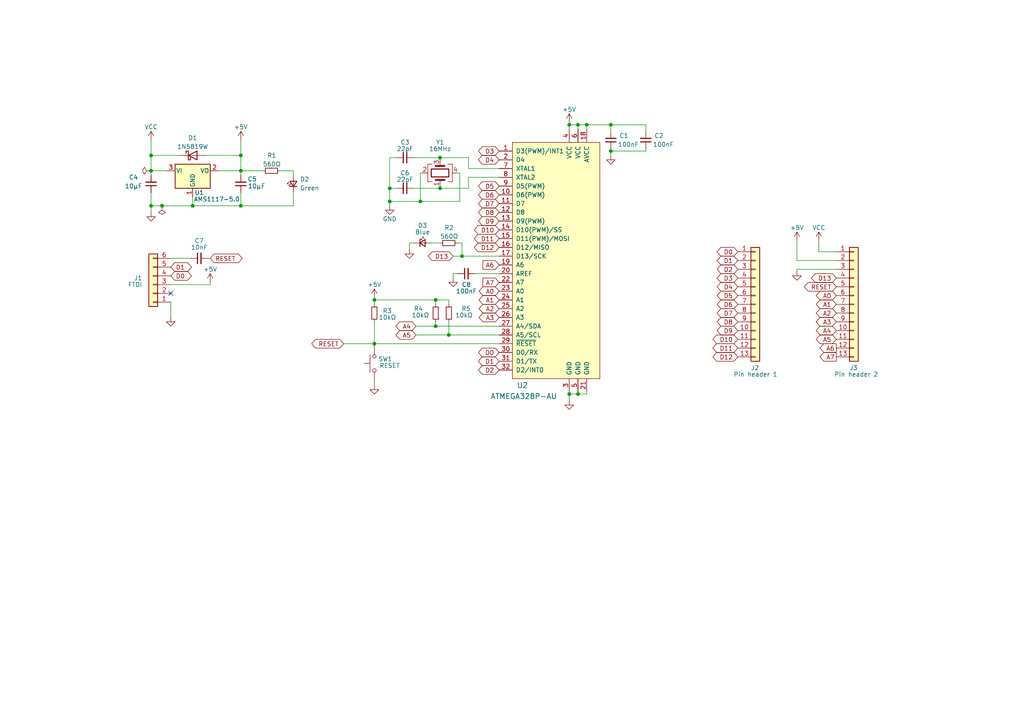
<source format=kicad_sch>
(kicad_sch (version 20211123) (generator eeschema)
  (paper "A4")
  (title_block (title "ATMEGA328P-AU Breadboard Adapter") (date "2023-03-04") (company "Retronics - Bjørner Sandom"))
  (lib_symbols
    (symbol "Connector_Generic:Conn_01x06" (pin_names (offset 1.016) hide)
      (property "Reference" "J" (at 0 7.62 0))
      (property "Value" "Conn_01x06" (at 0 -10.16 0))
      (symbol "Conn_01x06_1_1"
        (rectangle (start -1.27 -7.493) (end 0 -7.747) (stroke (width 0.1524)))
        (rectangle (start -1.27 -4.953) (end 0 -5.207) (stroke (width 0.1524)))
        (rectangle (start -1.27 -2.413) (end 0 -2.667) (stroke (width 0.1524)))
        (rectangle (start -1.27 0.127) (end 0 -0.127) (stroke (width 0.1524)))
        (rectangle (start -1.27 2.667) (end 0 2.413) (stroke (width 0.1524)))
        (rectangle (start -1.27 5.207) (end 0 4.953) (stroke (width 0.1524)))
        (rectangle (start -1.27 6.35) (end 1.27 -8.89) (stroke (width 0.254)) (fill (type background)))
        (pin passive line (at -5.08 5.08 0) (length 3.81) (name "Pin_1") (number "1"))
        (pin passive line (at -5.08 2.54 0) (length 3.81) (name "Pin_2") (number "2"))
        (pin passive line (at -5.08 0 0) (length 3.81) (name "Pin_3") (number "3"))
        (pin passive line (at -5.08 -2.54 0) (length 3.81) (name "Pin_4") (number "4"))
        (pin passive line (at -5.08 -5.08 0) (length 3.81) (name "Pin_5") (number "5"))
        (pin passive line (at -5.08 -7.62 0) (length 3.81) (name "Pin_6") (number "6"))
      )
    )
    (symbol "Connector_Generic:Conn_01x13" (pin_names (offset 1.016) hide)
      (property "Reference" "J" (at 0 17.78 0))
      (property "Value" "Conn_01x13" (at 0 -17.78 0))
      (symbol "Conn_01x13_1_1"
        (rectangle (start -1.27 -15.113) (end 0 -15.367) (stroke (width 0.1524)))
        (rectangle (start -1.27 -12.573) (end 0 -12.827) (stroke (width 0.1524)))
        (rectangle (start -1.27 -10.033) (end 0 -10.287) (stroke (width 0.1524)))
        (rectangle (start -1.27 -7.493) (end 0 -7.747) (stroke (width 0.1524)))
        (rectangle (start -1.27 -4.953) (end 0 -5.207) (stroke (width 0.1524)))
        (rectangle (start -1.27 -2.413) (end 0 -2.667) (stroke (width 0.1524)))
        (rectangle (start -1.27 0.127) (end 0 -0.127) (stroke (width 0.1524)))
        (rectangle (start -1.27 2.667) (end 0 2.413) (stroke (width 0.1524)))
        (rectangle (start -1.27 5.207) (end 0 4.953) (stroke (width 0.1524)))
        (rectangle (start -1.27 7.747) (end 0 7.493) (stroke (width 0.1524)))
        (rectangle (start -1.27 10.287) (end 0 10.033) (stroke (width 0.1524)))
        (rectangle (start -1.27 12.827) (end 0 12.573) (stroke (width 0.1524)))
        (rectangle (start -1.27 15.367) (end 0 15.113) (stroke (width 0.1524)))
        (rectangle (start -1.27 16.51) (end 1.27 -16.51) (stroke (width 0.254)) (fill (type background)))
        (pin passive line (at -5.08 15.24 0) (length 3.81) (name "Pin_1") (number "1"))
        (pin passive line (at -5.08 -7.62 0) (length 3.81) (name "Pin_10") (number "10"))
        (pin passive line (at -5.08 -10.16 0) (length 3.81) (name "Pin_11") (number "11"))
        (pin passive line (at -5.08 -12.7 0) (length 3.81) (name "Pin_12") (number "12"))
        (pin passive line (at -5.08 -15.24 0) (length 3.81) (name "Pin_13") (number "13"))
        (pin passive line (at -5.08 12.7 0) (length 3.81) (name "Pin_2") (number "2"))
        (pin passive line (at -5.08 10.16 0) (length 3.81) (name "Pin_3") (number "3"))
        (pin passive line (at -5.08 7.62 0) (length 3.81) (name "Pin_4") (number "4"))
        (pin passive line (at -5.08 5.08 0) (length 3.81) (name "Pin_5") (number "5"))
        (pin passive line (at -5.08 2.54 0) (length 3.81) (name "Pin_6") (number "6"))
        (pin passive line (at -5.08 0 0) (length 3.81) (name "Pin_7") (number "7"))
        (pin passive line (at -5.08 -2.54 0) (length 3.81) (name "Pin_8") (number "8"))
        (pin passive line (at -5.08 -5.08 0) (length 3.81) (name "Pin_9") (number "9"))
      )
    )
    (symbol "Device:C_Small" (pin_numbers hide) (pin_names (offset 0.254) hide)
      (property "Reference" "C" (at 0.254 1.778 0))
      (property "Value" "C_Small" (at 0.254 -2.032 0))
      (symbol "C_Small_0_1"
        (polyline (pts (xy -1.524 -0.508) (xy 1.524 -0.508)) (stroke (width 0.3302)))
        (polyline (pts (xy -1.524 0.508) (xy 1.524 0.508)) (stroke (width 0.3048)))
      )
      (symbol "C_Small_1_1"
        (pin passive line (at 0 2.54 270) (length 2.032) (name "~") (number "1"))
        (pin passive line (at 0 -2.54 90) (length 2.032) (name "~") (number "2"))
      )
    )
    (symbol "Device:Crystal_GND24" (pin_names (offset 1.016) hide)
      (property "Reference" "Y" (at 3.175 5.08 0))
      (property "Value" "Crystal_GND24" (at 3.175 3.175 0))
      (symbol "Crystal_GND24_0_1"
        (rectangle (start -1.143 2.54) (end 1.143 -2.54) (stroke (width 0.3048)))
        (polyline (pts (xy -2.54 0) (xy -2.032 0)))
        (polyline (pts (xy -2.032 -1.27) (xy -2.032 1.27)) (stroke (width 0.508)))
        (polyline (pts (xy 0 -3.81) (xy 0 -3.556)))
        (polyline (pts (xy 0 3.556) (xy 0 3.81)))
        (polyline (pts (xy 2.032 -1.27) (xy 2.032 1.27)) (stroke (width 0.508)))
        (polyline (pts (xy 2.032 0) (xy 2.54 0)))
        (polyline (pts (xy -2.54 -2.286) (xy -2.54 -3.556) (xy 2.54 -3.556) (xy 2.54 -2.286)))
        (polyline (pts (xy -2.54 2.286) (xy -2.54 3.556) (xy 2.54 3.556) (xy 2.54 2.286)))
      )
      (symbol "Crystal_GND24_1_1"
        (pin passive line (at -3.81 0 0) (length 1.27) (name "1") (number "1"))
        (pin passive line (at 0 5.08 270) (length 1.27) (name "2") (number "2"))
        (pin passive line (at 3.81 0 180) (length 1.27) (name "3") (number "3"))
        (pin passive line (at 0 -5.08 90) (length 1.27) (name "4") (number "4"))
      )
    )
    (symbol "Device:D_Schottky" (pin_numbers hide) (pin_names (offset 1.016) hide)
      (property "Reference" "D" (at 0 2.54 0))
      (property "Value" "D_Schottky" (at 0 -2.54 0))
      (symbol "D_Schottky_0_1"
        (polyline (pts (xy 1.27 0) (xy -1.27 0)))
        (polyline (pts (xy 1.27 1.27) (xy 1.27 -1.27) (xy -1.27 0) (xy 1.27 1.27)) (stroke (width 0.254)))
        (polyline (pts (xy -1.905 0.635) (xy -1.905 1.27) (xy -1.27 1.27) (xy -1.27 -1.27) (xy -0.635 -1.27) (xy -0.635 -0.635)) (stroke (width 0.254)))
      )
      (symbol "D_Schottky_1_1"
        (pin passive line (at -3.81 0 0) (length 2.54) (name "K") (number "1"))
        (pin passive line (at 3.81 0 180) (length 2.54) (name "A") (number "2"))
      )
    )
    (symbol "Device:LED_Small" (pin_numbers hide) (pin_names (offset 0.254) hide)
      (property "Reference" "D" (at -1.27 3.175 0))
      (property "Value" "LED_Small" (at -4.445 -2.54 0))
      (symbol "LED_Small_0_1"
        (polyline (pts (xy -0.762 -1.016) (xy -0.762 1.016)) (stroke (width 0.254)))
        (polyline (pts (xy 1.016 0) (xy -0.762 0)))
        (polyline (pts (xy 0.762 -1.016) (xy -0.762 0) (xy 0.762 1.016) (xy 0.762 -1.016)) (stroke (width 0.254)))
        (polyline (pts (xy 0 0.762) (xy -0.508 1.27) (xy -0.254 1.27) (xy -0.508 1.27) (xy -0.508 1.016)))
        (polyline (pts (xy 0.508 1.27) (xy 0 1.778) (xy 0.254 1.778) (xy 0 1.778) (xy 0 1.524)))
      )
      (symbol "LED_Small_1_1"
        (pin passive line (at -2.54 0 0) (length 1.778) (name "K") (number "1"))
        (pin passive line (at 2.54 0 180) (length 1.778) (name "A") (number "2"))
      )
    )
    (symbol "Device:R_Small" (pin_numbers hide) (pin_names (offset 0.254) hide)
      (property "Reference" "R" (at 0.762 0.508 0))
      (property "Value" "R_Small" (at 0.762 -1.016 0))
      (symbol "R_Small_0_1"
        (rectangle (start -0.762 1.778) (end 0.762 -1.778) (stroke (width 0.2032)))
      )
      (symbol "R_Small_1_1"
        (pin passive line (at 0 2.54 270) (length 0.762) (name "~") (number "1"))
        (pin passive line (at 0 -2.54 90) (length 0.762) (name "~") (number "2"))
      )
    )
    (symbol "Regulator_Linear:AMS1117-5.0" (pin_names (offset 0.254))
      (property "Reference" "U" (at -3.81 3.175 0))
      (property "Value" "AMS1117-5.0" (at 0 3.175 0))
      (symbol "AMS1117-5.0_0_1"
        (rectangle (start -5.08 -5.08) (end 5.08 1.905) (stroke (width 0.254)) (fill (type background)))
      )
      (symbol "AMS1117-5.0_1_1"
        (pin power_in line (at 0 -7.62 90) (length 2.54) (name "GND") (number "1"))
        (pin power_out line (at 7.62 0 180) (length 2.54) (name "VO") (number "2"))
        (pin power_in line (at -7.62 0 0) (length 2.54) (name "VI") (number "3"))
      )
    )
    (symbol "Switch:SW_Push" (pin_numbers hide) (pin_names (offset 1.016) hide)
      (property "Reference" "SW" (at 1.27 2.54 0))
      (property "Value" "SW_Push" (at 0 -1.524 0))
      (symbol "SW_Push_0_1"
        (circle (center -2.032 0) (radius 0.508))
        (polyline (pts (xy 0 1.27) (xy 0 3.048)))
        (polyline (pts (xy 2.54 1.27) (xy -2.54 1.27)))
        (circle (center 2.032 0) (radius 0.508))
        (pin passive line (at -5.08 0 0) (length 2.54) (name "1") (number "1"))
        (pin passive line (at 5.08 0 180) (length 2.54) (name "2") (number "2"))
      )
    )
    (symbol "myDevices:ATMEGA328P-AU_Arduino" (pin_names (offset 1.016))
      (property "Reference" "U" (at -8.89 38.1 0))
      (property "Value" "ATMEGA328P-AU_Arduino" (at 13.97 1.27 90))
      (symbol "ATMEGA328P-AU_Arduino_0_1"
        (rectangle (start 16.51 35.56) (end -8.89 -33.02) (fill (type background)))
      )
      (symbol "ATMEGA328P-AU_Arduino_1_1"
        (pin bidirectional line (at -12.7 33.02 0) (length 3.81) (name "D3(PWM)/INT1") (number "1"))
        (pin bidirectional line (at -12.7 20.32 0) (length 3.81) (name "D6(PWM)") (number "10"))
        (pin bidirectional line (at -12.7 17.78 0) (length 3.81) (name "D7") (number "11"))
        (pin bidirectional line (at -12.7 15.24 0) (length 3.81) (name "D8") (number "12"))
        (pin bidirectional line (at -12.7 12.7 0) (length 3.81) (name "D9(PWM)") (number "13"))
        (pin bidirectional line (at -12.7 10.16 0) (length 3.81) (name "D10(PWM)/SS") (number "14"))
        (pin bidirectional line (at -12.7 7.62 0) (length 3.81) (name "D11(PWM)/MOSI") (number "15"))
        (pin bidirectional line (at -12.7 5.08 0) (length 3.81) (name "D12/MISO") (number "16"))
        (pin bidirectional line (at -12.7 2.54 0) (length 3.81) (name "D13/SCK") (number "17"))
        (pin power_in line (at 12.7 39.37 270) (length 3.81) (name "AVCC") (number "18"))
        (pin input line (at -12.7 0 0) (length 3.81) (name "A6") (number "19"))
        (pin bidirectional line (at -12.7 30.48 0) (length 3.81) (name "D4") (number "2"))
        (pin input line (at -12.7 -2.54 0) (length 3.81) (name "AREF") (number "20"))
        (pin power_in line (at 12.7 -36.83 90) (length 3.81) (name "GND") (number "21"))
        (pin input line (at -12.7 -5.08 0) (length 3.81) (name "A7") (number "22"))
        (pin bidirectional line (at -12.7 -7.62 0) (length 3.81) (name "A0") (number "23"))
        (pin bidirectional line (at -12.7 -10.16 0) (length 3.81) (name "A1") (number "24"))
        (pin bidirectional line (at -12.7 -12.7 0) (length 3.81) (name "A2") (number "25"))
        (pin bidirectional line (at -12.7 -15.24 0) (length 3.81) (name "A3") (number "26"))
        (pin bidirectional line (at -12.7 -17.78 0) (length 3.81) (name "A4/SDA") (number "27"))
        (pin bidirectional line (at -12.7 -20.32 0) (length 3.81) (name "A5/SCL") (number "28"))
        (pin bidirectional line (at -12.7 -22.86 0) (length 3.81) (name "~{RESET}") (number "29"))
        (pin power_in line (at 7.62 -36.83 90) (length 3.81) (name "GND") (number "3"))
        (pin bidirectional line (at -12.7 -25.4 0) (length 3.81) (name "D0/RX") (number "30"))
        (pin bidirectional line (at -12.7 -27.94 0) (length 3.81) (name "D1/TX") (number "31"))
        (pin bidirectional line (at -12.7 -30.48 0) (length 3.81) (name "D2/INT0") (number "32"))
        (pin power_in line (at 7.62 39.37 270) (length 3.81) (name "VCC") (number "4"))
        (pin power_in line (at 10.16 -36.83 90) (length 3.81) (name "GND") (number "5"))
        (pin power_in line (at 10.16 39.37 270) (length 3.81) (name "VCC") (number "6"))
        (pin bidirectional line (at -12.7 27.94 0) (length 3.81) (name "XTAL1") (number "7"))
        (pin bidirectional line (at -12.7 25.4 0) (length 3.81) (name "XTAL2") (number "8"))
        (pin bidirectional line (at -12.7 22.86 0) (length 3.81) (name "D5(PWM)") (number "9"))
      )
    )
    (symbol "power:+5V" (power) (pin_names (offset 0))
      (property "Value" "+5V" (at 0 3.556 0))
      (symbol "+5V_0_1"
        (polyline (pts (xy -0.762 1.27) (xy 0 2.54)))
        (polyline (pts (xy 0 0) (xy 0 2.54)))
        (polyline (pts (xy 0 2.54) (xy 0.762 1.27)))
      )
      (symbol "+5V_1_1"
        (pin power_in line (at 0 0 90) (length 0) hide (name "+5V") (number "1"))
      )
    )
    (symbol "power:GND" (power) (pin_names (offset 0))
      (property "Value" "GND" (at 0 -3.81 0))
      (symbol "GND_0_1"
        (polyline (pts (xy 0 0) (xy 0 -1.27) (xy 1.27 -1.27) (xy 0 -2.54) (xy -1.27 -1.27) (xy 0 -1.27)))
      )
      (symbol "GND_1_1"
        (pin power_in line (at 0 0 270) (length 0) hide (name "GND") (number "1"))
      )
    )
    (symbol "power:PWR_FLAG" (power) (pin_numbers hide) (pin_names (offset 0) hide)
      (property "Value" "PWR_FLAG" (at 0 3.81 0))
      (symbol "PWR_FLAG_0_0"
        (pin power_out line (at 0 0 90) (length 0) (name "pwr") (number "1"))
      )
      (symbol "PWR_FLAG_0_1"
        (polyline (pts (xy 0 0) (xy 0 1.27) (xy -1.016 1.905) (xy 0 2.54) (xy 1.016 1.905) (xy 0 1.27)))
      )
    )
    (symbol "power:VCC" (power) (pin_names (offset 0))
      (property "Value" "VCC" (at 0 3.81 0))
      (symbol "VCC_0_1"
        (polyline (pts (xy -0.762 1.27) (xy 0 2.54)))
        (polyline (pts (xy 0 0) (xy 0 2.54)))
        (polyline (pts (xy 0 2.54) (xy 0.762 1.27)))
      )
      (symbol "VCC_1_1"
        (pin power_in line (at 0 0 90) (length 0) hide (name "VCC") (number "1"))
      )
    )
  )
  (junction (at 165.1 114.3))
  (junction (at 113.03 58.42))
  (junction (at 69.85 59.69))
  (junction (at 170.18 36.195))
  (junction (at 108.585 86.995))
  (junction (at 167.64 114.3))
  (junction (at 126.365 94.615))
  (junction (at 127.635 54.61))
  (junction (at 167.64 36.195))
  (junction (at 55.88 59.69))
  (junction (at 177.165 36.195))
  (junction (at 46.99 59.69))
  (junction (at 127.635 45.72))
  (junction (at 126.365 86.995))
  (junction (at 69.85 45.085))
  (junction (at 69.85 49.53))
  (junction (at 130.175 97.155))
  (junction (at 43.815 59.69))
  (junction (at 165.1 36.195))
  (junction (at 43.815 45.085))
  (junction (at 121.92 58.42))
  (junction (at 113.03 54.61))
  (junction (at 108.585 99.695))
  (junction (at 43.815 49.53))
  (junction (at 177.165 43.815))
  (junction (at 133.985 74.295))
  (no_connect (at 49.53 85.09))
  (wire (pts (xy 43.815 49.53) (xy 48.26 49.53)))
  (wire (pts (xy 63.5 49.53) (xy 69.85 49.53)))
  (wire (pts (xy 127.635 45.72) (xy 135.89 45.72)))
  (wire (pts (xy 121.92 50.165) (xy 121.92 58.42)))
  (wire (pts (xy 113.03 59.69) (xy 113.03 58.42)))
  (wire (pts (xy 43.815 59.69) (xy 43.815 61.595)))
  (wire (pts (xy 127.635 53.975) (xy 127.635 54.61)))
  (wire (pts (xy 120.65 94.615) (xy 126.365 94.615)))
  (wire (pts (xy 121.92 58.42) (xy 133.35 58.42)))
  (wire (pts (xy 135.89 48.895) (xy 144.78 48.895)))
  (wire (pts (xy 165.1 114.3) (xy 165.1 113.665)))
  (wire (pts (xy 130.175 97.155) (xy 144.78 97.155)))
  (wire (pts (xy 231.14 78.105) (xy 231.14 78.74)))
  (wire (pts (xy 167.64 113.665) (xy 167.64 114.3)))
  (wire (pts (xy 167.64 36.195) (xy 170.18 36.195)))
  (wire (pts (xy 130.175 86.995) (xy 130.175 88.265)))
  (wire (pts (xy 113.03 58.42) (xy 113.03 54.61)))
  (wire (pts (xy 108.585 99.695) (xy 144.78 99.695)))
  (wire (pts (xy 69.85 45.085) (xy 69.85 49.53)))
  (wire (pts (xy 165.1 36.195) (xy 167.64 36.195)))
  (wire (pts (xy 108.585 86.36) (xy 108.585 86.995)))
  (wire (pts (xy 165.1 36.195) (xy 165.1 37.465)))
  (wire (pts (xy 120.015 45.72) (xy 127.635 45.72)))
  (wire (pts (xy 135.89 45.72) (xy 135.89 48.895)))
  (wire (pts (xy 144.78 51.435) (xy 135.89 51.435)))
  (wire (pts (xy 118.745 72.39) (xy 118.745 70.485)))
  (wire (pts (xy 43.815 45.085) (xy 43.815 49.53)))
  (wire (pts (xy 137.795 79.375) (xy 144.78 79.375)))
  (wire (pts (xy 231.14 69.85) (xy 231.14 75.565)))
  (wire (pts (xy 187.325 43.815) (xy 187.325 43.18)))
  (wire (pts (xy 60.325 74.93) (xy 60.96 74.93)))
  (wire (pts (xy 231.14 75.565) (xy 242.57 75.565)))
  (wire (pts (xy 127.635 45.72) (xy 127.635 46.355)))
  (wire (pts (xy 126.365 94.615) (xy 144.78 94.615)))
  (wire (pts (xy 85.09 50.8) (xy 85.09 49.53)))
  (wire (pts (xy 125.095 70.485) (xy 127.635 70.485)))
  (wire (pts (xy 131.445 79.375) (xy 131.445 80.645)))
  (wire (pts (xy 60.96 82.55) (xy 49.53 82.55)))
  (wire (pts (xy 43.815 45.085) (xy 52.07 45.085)))
  (wire (pts (xy 49.53 74.93) (xy 55.245 74.93)))
  (wire (pts (xy 46.99 59.69) (xy 55.88 59.69)))
  (wire (pts (xy 126.365 93.345) (xy 126.365 94.615)))
  (wire (pts (xy 59.69 45.085) (xy 69.85 45.085)))
  (wire (pts (xy 114.935 54.61) (xy 113.03 54.61)))
  (wire (pts (xy 108.585 86.995) (xy 126.365 86.995)))
  (wire (pts (xy 170.18 36.195) (xy 177.165 36.195)))
  (wire (pts (xy 108.585 93.345) (xy 108.585 99.695)))
  (wire (pts (xy 43.815 55.88) (xy 43.815 59.69)))
  (wire (pts (xy 187.325 36.195) (xy 187.325 38.1)))
  (wire (pts (xy 113.03 58.42) (xy 121.92 58.42)))
  (wire (pts (xy 170.18 114.3) (xy 167.64 114.3)))
  (wire (pts (xy 167.64 114.3) (xy 165.1 114.3)))
  (wire (pts (xy 55.88 57.15) (xy 55.88 59.69)))
  (wire (pts (xy 132.715 79.375) (xy 131.445 79.375)))
  (wire (pts (xy 85.09 49.53) (xy 81.28 49.53)))
  (wire (pts (xy 165.1 114.3) (xy 165.1 116.205)))
  (wire (pts (xy 133.985 70.485) (xy 133.985 74.295)))
  (wire (pts (xy 130.175 93.345) (xy 130.175 97.155)))
  (wire (pts (xy 177.165 43.815) (xy 177.165 45.085)))
  (wire (pts (xy 177.165 36.195) (xy 177.165 38.1)))
  (wire (pts (xy 177.165 43.815) (xy 187.325 43.815)))
  (wire (pts (xy 108.585 86.995) (xy 108.585 88.265)))
  (wire (pts (xy 133.985 74.295) (xy 144.78 74.295)))
  (wire (pts (xy 43.815 59.69) (xy 46.99 59.69)))
  (wire (pts (xy 120.015 54.61) (xy 127.635 54.61)))
  (wire (pts (xy 69.85 49.53) (xy 69.85 50.8)))
  (wire (pts (xy 60.96 81.915) (xy 60.96 82.55)))
  (wire (pts (xy 132.715 70.485) (xy 133.985 70.485)))
  (wire (pts (xy 237.49 73.025) (xy 242.57 73.025)))
  (wire (pts (xy 113.03 45.72) (xy 114.935 45.72)))
  (wire (pts (xy 108.585 110.49) (xy 108.585 111.76)))
  (wire (pts (xy 113.03 54.61) (xy 113.03 45.72)))
  (wire (pts (xy 120.65 97.155) (xy 130.175 97.155)))
  (wire (pts (xy 133.35 58.42) (xy 133.35 50.165)))
  (wire (pts (xy 69.85 49.53) (xy 76.2 49.53)))
  (wire (pts (xy 118.745 70.485) (xy 120.015 70.485)))
  (wire (pts (xy 177.165 43.18) (xy 177.165 43.815)))
  (wire (pts (xy 167.64 36.195) (xy 167.64 37.465)))
  (wire (pts (xy 43.815 40.64) (xy 43.815 45.085)))
  (wire (pts (xy 99.695 99.695) (xy 108.585 99.695)))
  (wire (pts (xy 237.49 69.85) (xy 237.49 73.025)))
  (wire (pts (xy 127.635 54.61) (xy 135.89 54.61)))
  (wire (pts (xy 131.445 74.295) (xy 133.985 74.295)))
  (wire (pts (xy 55.88 59.69) (xy 69.85 59.69)))
  (wire (pts (xy 69.85 55.88) (xy 69.85 59.69)))
  (wire (pts (xy 170.18 113.665) (xy 170.18 114.3)))
  (wire (pts (xy 165.1 35.56) (xy 165.1 36.195)))
  (wire (pts (xy 108.585 100.33) (xy 108.585 99.695)))
  (wire (pts (xy 69.85 59.69) (xy 85.09 59.69)))
  (wire (pts (xy 49.53 87.63) (xy 49.53 92.075)))
  (wire (pts (xy 133.35 50.165) (xy 132.715 50.165)))
  (wire (pts (xy 126.365 86.995) (xy 126.365 88.265)))
  (wire (pts (xy 170.18 36.195) (xy 170.18 37.465)))
  (wire (pts (xy 85.09 55.88) (xy 85.09 59.69)))
  (wire (pts (xy 135.89 51.435) (xy 135.89 54.61)))
  (wire (pts (xy 122.555 50.165) (xy 121.92 50.165)))
  (wire (pts (xy 177.165 36.195) (xy 187.325 36.195)))
  (wire (pts (xy 126.365 86.995) (xy 130.175 86.995)))
  (wire (pts (xy 69.85 40.64) (xy 69.85 45.085)))
  (wire (pts (xy 242.57 78.105) (xy 231.14 78.105)))
  (wire (pts (xy 43.815 49.53) (xy 43.815 50.8)))
  (global_label "RESET" (shape bidirectional) (at 60.96 74.93 0) (property "Intersheet References" "${INTERSHEET_REFS}" (effects hide)))
  (global_label "D13" (shape bidirectional) (at 131.445 74.295 180) (property "Intersheet References" "${INTERSHEET_REFS}" (effects hide)))
  (global_label "D9" (shape bidirectional) (at 144.78 64.135 180) (property "Intersheet References" "${INTERSHEET_REFS}" (effects hide)))
  (global_label "A5" (shape bidirectional) (at 120.65 97.155 180) (property "Intersheet References" "${INTERSHEET_REFS}" (effects hide)))
  (global_label "D4" (shape bidirectional) (at 213.995 83.185 180) (property "Intersheet References" "${INTERSHEET_REFS}" (effects hide)))
  (global_label "D11" (shape bidirectional) (at 213.995 100.965 180) (property "Intersheet References" "${INTERSHEET_REFS}" (effects hide)))
  (global_label "D12" (shape bidirectional) (at 144.78 71.755 180) (property "Intersheet References" "${INTERSHEET_REFS}" (effects hide)))
  (global_label "A2" (shape bidirectional) (at 144.78 89.535 180) (property "Intersheet References" "${INTERSHEET_REFS}" (effects hide)))
  (global_label "RESET" (shape bidirectional) (at 99.695 99.695 180) (property "Intersheet References" "${INTERSHEET_REFS}" (effects hide)))
  (global_label "A4" (shape bidirectional) (at 120.65 94.615 180) (property "Intersheet References" "${INTERSHEET_REFS}" (effects hide)))
  (global_label "A6" (shape input) (at 144.78 76.835 180) (property "Intersheet References" "${INTERSHEET_REFS}" (effects hide)))
  (global_label "D10" (shape bidirectional) (at 144.78 66.675 180) (property "Intersheet References" "${INTERSHEET_REFS}" (effects hide)))
  (global_label "A2" (shape bidirectional) (at 242.57 90.805 180) (property "Intersheet References" "${INTERSHEET_REFS}" (effects hide)))
  (global_label "D12" (shape bidirectional) (at 213.995 103.505 180) (property "Intersheet References" "${INTERSHEET_REFS}" (effects hide)))
  (global_label "D1" (shape bidirectional) (at 213.995 75.565 180) (property "Intersheet References" "${INTERSHEET_REFS}" (effects hide)))
  (global_label "D13" (shape bidirectional) (at 242.57 80.645 180) (property "Intersheet References" "${INTERSHEET_REFS}" (effects hide)))
  (global_label "A4" (shape bidirectional) (at 242.57 95.885 180) (property "Intersheet References" "${INTERSHEET_REFS}" (effects hide)))
  (global_label "D9" (shape bidirectional) (at 213.995 95.885 180) (property "Intersheet References" "${INTERSHEET_REFS}" (effects hide)))
  (global_label "A1" (shape bidirectional) (at 144.78 86.995 180) (property "Intersheet References" "${INTERSHEET_REFS}" (effects hide)))
  (global_label "D10" (shape bidirectional) (at 213.995 98.425 180) (property "Intersheet References" "${INTERSHEET_REFS}" (effects hide)))
  (global_label "D6" (shape bidirectional) (at 144.78 56.515 180) (property "Intersheet References" "${INTERSHEET_REFS}" (effects hide)))
  (global_label "D5" (shape bidirectional) (at 144.78 53.975 180) (property "Intersheet References" "${INTERSHEET_REFS}" (effects hide)))
  (global_label "D0" (shape bidirectional) (at 49.53 80.01 0) (property "Intersheet References" "${INTERSHEET_REFS}" (effects hide)))
  (global_label "A0" (shape bidirectional) (at 144.78 84.455 180) (property "Intersheet References" "${INTERSHEET_REFS}" (effects hide)))
  (global_label "D8" (shape bidirectional) (at 144.78 61.595 180) (property "Intersheet References" "${INTERSHEET_REFS}" (effects hide)))
  (global_label "D3" (shape bidirectional) (at 144.78 43.815 180) (property "Intersheet References" "${INTERSHEET_REFS}" (effects hide)))
  (global_label "A7" (shape output) (at 242.57 103.505 180) (property "Intersheet References" "${INTERSHEET_REFS}" (effects hide)))
  (global_label "A7" (shape input) (at 144.78 81.915 180) (property "Intersheet References" "${INTERSHEET_REFS}" (effects hide)))
  (global_label "A5" (shape bidirectional) (at 242.57 98.425 180) (property "Intersheet References" "${INTERSHEET_REFS}" (effects hide)))
  (global_label "D1" (shape bidirectional) (at 49.53 77.47 0) (property "Intersheet References" "${INTERSHEET_REFS}" (effects hide)))
  (global_label "A6" (shape output) (at 242.57 100.965 180) (property "Intersheet References" "${INTERSHEET_REFS}" (effects hide)))
  (global_label "D0" (shape bidirectional) (at 213.995 73.025 180) (property "Intersheet References" "${INTERSHEET_REFS}" (effects hide)))
  (global_label "D5" (shape bidirectional) (at 213.995 85.725 180) (property "Intersheet References" "${INTERSHEET_REFS}" (effects hide)))
  (global_label "D7" (shape bidirectional) (at 144.78 59.055 180) (property "Intersheet References" "${INTERSHEET_REFS}" (effects hide)))
  (global_label "D4" (shape bidirectional) (at 144.78 46.355 180) (property "Intersheet References" "${INTERSHEET_REFS}" (effects hide)))
  (global_label "A3" (shape bidirectional) (at 144.78 92.075 180) (property "Intersheet References" "${INTERSHEET_REFS}" (effects hide)))
  (global_label "A1" (shape bidirectional) (at 242.57 88.265 180) (property "Intersheet References" "${INTERSHEET_REFS}" (effects hide)))
  (global_label "D0" (shape bidirectional) (at 144.78 102.235 180) (property "Intersheet References" "${INTERSHEET_REFS}" (effects hide)))
  (global_label "A3" (shape bidirectional) (at 242.57 93.345 180) (property "Intersheet References" "${INTERSHEET_REFS}" (effects hide)))
  (global_label "D2" (shape bidirectional) (at 144.78 107.315 180) (property "Intersheet References" "${INTERSHEET_REFS}" (effects hide)))
  (global_label "D2" (shape bidirectional) (at 213.995 78.105 180) (property "Intersheet References" "${INTERSHEET_REFS}" (effects hide)))
  (global_label "D1" (shape bidirectional) (at 144.78 104.775 180) (property "Intersheet References" "${INTERSHEET_REFS}" (effects hide)))
  (global_label "D7" (shape bidirectional) (at 213.995 90.805 180) (property "Intersheet References" "${INTERSHEET_REFS}" (effects hide)))
  (global_label "A0" (shape bidirectional) (at 242.57 85.725 180) (property "Intersheet References" "${INTERSHEET_REFS}" (effects hide)))
  (global_label "D6" (shape bidirectional) (at 213.995 88.265 180) (property "Intersheet References" "${INTERSHEET_REFS}" (effects hide)))
  (global_label "RESET" (shape bidirectional) (at 242.57 83.185 180) (property "Intersheet References" "${INTERSHEET_REFS}" (effects hide)))
  (global_label "D3" (shape bidirectional) (at 213.995 80.645 180) (property "Intersheet References" "${INTERSHEET_REFS}" (effects hide)))
  (global_label "D11" (shape bidirectional) (at 144.78 69.215 180) (property "Intersheet References" "${INTERSHEET_REFS}" (effects hide)))
  (global_label "D8" (shape bidirectional) (at 213.995 93.345 180) (property "Intersheet References" "${INTERSHEET_REFS}" (effects hide)))
  (symbol (lib_id "Connector_Generic:Conn_01x06") (at 44.45 82.55 180) (unit 1)
    (property "Reference" "J1" (at 41.275 80.645 0) (effects (justify left)))
    (property "Value" "FTDI" (at 41.275 82.55 0) (effects (justify left)))
    (property "Footprint" "Connector_PinHeader_2.54mm:PinHeader_1x06_P2.54mm_Vertical" (effects hide))
  )
  (symbol (lib_id "myDevices:ATMEGA328P-AU_Arduino") (at 157.48 76.835 0) (unit 1)
    (property "Reference" "U2" (at 149.86 111.76 0) (effects (font (size 1.524 1.524)) (justify left)))
    (property "Value" "ATMEGA328P-AU" (at 142.24 114.935 0) (effects (font (size 1.524 1.524)) (justify left)))
    (property "Footprint" "digikey-footprints:TQFP-32_7x7mm" (effects hide))
  )
  (symbol (lib_id "power:GND") (at 49.53 92.075 0) (unit 1)
    (property "Reference" "#PWR014" (effects hide))
    (property "Value" "GNDPWR" (effects hide))
  )
  (symbol (lib_id "Device:LED_Small") (at 122.555 70.485 0) (unit 1)
    (property "Reference" "D3" (at 122.555 65.405 0))
    (property "Value" "Blue" (at 122.555 67.31 0))
    (property "Footprint" "LED_SMD:LED_0603_1608Metric_Pad1.05x0.95mm_HandSolder" (effects hide))
  )
  (symbol (lib_id "power:GND") (at 108.585 111.76 0) (unit 1)
    (property "Reference" "#PWR016" (effects hide))
    (property "Value" "GNDPWR" (effects hide))
  )
  (symbol (lib_id "Device:C_Small") (at 117.475 54.61 270) (unit 1)
    (property "Reference" "C6" (at 117.475 50.165 90))
    (property "Value" "22pF" (at 117.475 52.07 90))
    (property "Footprint" "Capacitor_SMD:C_0603_1608Metric_Pad1.08x0.95mm_HandSolder" (effects hide))
  )
  (symbol (lib_id "power:+5V") (at 165.1 35.56 0) (unit 1)
    (property "Reference" "#PWR01" (effects hide))
    (property "Value" "+5V" (at 165.1 31.75 0))
  )
  (symbol (lib_id "Device:C_Small") (at 57.785 74.93 90) (unit 1)
    (property "Reference" "C7" (at 57.785 69.85 90))
    (property "Value" "10nF" (at 57.785 71.755 90))
    (property "Footprint" "Capacitor_SMD:C_0603_1608Metric_Pad1.08x0.95mm_HandSolder" (effects hide))
  )
  (symbol (lib_id "Device:R_Small") (at 130.175 70.485 90) (unit 1)
    (property "Reference" "R2" (at 128.905 66.04 90) (effects (justify right)))
    (property "Value" "560Ω" (at 127.635 68.58 90) (effects (justify right)))
    (property "Footprint" "Resistor_SMD:R_0603_1608Metric_Pad0.98x0.95mm_HandSolder" (effects hide))
  )
  (symbol (lib_id "power:GND") (at 177.165 45.085 0) (unit 1)
    (property "Reference" "#PWR04" (effects hide))
    (property "Value" "GNDPWR" (effects hide))
  )
  (symbol (lib_id "Device:R_Small") (at 130.175 90.805 0) (unit 1)
    (property "Reference" "R5" (at 136.525 89.535 0) (effects (justify right)))
    (property "Value" "10kΩ" (at 137.16 91.44 0) (effects (justify right)))
    (property "Footprint" "Resistor_SMD:R_0603_1608Metric_Pad0.98x0.95mm_HandSolder" (effects hide))
  )
  (symbol (lib_id "power:PWR_FLAG") (at 46.99 59.69 180) (unit 1)
    (property "Reference" "#FLG02" (effects hide))
    (property "Value" "PWR_FLAG" (effects hide))
  )
  (symbol (lib_id "Device:Crystal_GND24") (at 127.635 50.165 90) (unit 1)
    (property "Reference" "Y1" (at 127.635 41.275 90))
    (property "Value" "16MHz" (at 127.635 43.18 90))
    (property "Footprint" "Crystal:Crystal_SMD_SeikoEpson_TSX3225-4Pin_3.2x2.5mm_HandSoldering" (effects hide))
  )
  (symbol (lib_id "power:PWR_FLAG") (at 43.815 49.53 90) (unit 1)
    (property "Reference" "#FLG01" (effects hide))
    (property "Value" "PWR_FLAG" (effects hide))
  )
  (symbol (lib_id "power:GND") (at 118.745 72.39 0) (unit 1)
    (property "Reference" "#PWR09" (effects hide))
    (property "Value" "GNDPWR" (effects hide))
  )
  (symbol (lib_id "Device:R_Small") (at 78.74 49.53 90) (unit 1)
    (property "Reference" "R1" (at 77.47 45.085 90) (effects (justify right)))
    (property "Value" "560Ω" (at 76.2 47.625 90) (effects (justify right)))
    (property "Footprint" "Resistor_SMD:R_0603_1608Metric_Pad0.98x0.95mm_HandSolder" (effects hide))
  )
  (symbol (lib_id "Connector_Generic:Conn_01x13") (at 247.65 88.265 0) (unit 1)
    (property "Reference" "J3" (at 246.38 106.68 0) (effects (justify left)))
    (property "Value" "Pin header 2" (at 241.935 108.585 0) (effects (justify left)))
    (property "Footprint" "Connector_PinHeader_2.54mm:PinHeader_1x13_P2.54mm_Vertical" (effects hide))
  )
  (symbol (lib_id "Device:C_Small") (at 69.85 53.34 180) (unit 1)
    (property "Reference" "C5" (at 73.152 51.943 0))
    (property "Value" "10µF" (at 74.422 53.975 0))
    (property "Footprint" "Capacitor_SMD:C_0603_1608Metric_Pad1.08x0.95mm_HandSolder" (effects hide))
  )
  (symbol (lib_id "power:VCC") (at 237.49 69.85 0) (unit 1)
    (property "Reference" "#PWR08" (effects hide))
    (property "Value" "VCC" (at 237.49 66.04 0))
  )
  (symbol (lib_id "power:GND") (at 165.1 116.205 0) (unit 1)
    (property "Reference" "#PWR017" (effects hide))
    (property "Value" "GNDPWR" (effects hide))
  )
  (symbol (lib_id "power:GND") (at 131.445 80.645 0) (unit 1)
    (property "Reference" "#PWR011" (effects hide))
    (property "Value" "GNDPWR" (effects hide))
  )
  (symbol (lib_id "Device:C_Small") (at 135.255 79.375 90) (unit 1)
    (property "Reference" "C8" (at 135.255 82.55 90))
    (property "Value" "100nF" (at 135.255 84.455 90))
    (property "Footprint" "Capacitor_SMD:C_0603_1608Metric_Pad1.08x0.95mm_HandSolder" (effects hide))
  )
  (symbol (lib_id "Device:R_Small") (at 108.585 90.805 0) (unit 1)
    (property "Reference" "R3" (at 113.665 90.17 0) (effects (justify right)))
    (property "Value" "10kΩ" (at 114.935 92.075 0) (effects (justify right)))
    (property "Footprint" "Resistor_SMD:R_0603_1608Metric_Pad0.98x0.95mm_HandSolder" (effects hide))
  )
  (symbol (lib_id "Device:C_Small") (at 187.325 40.64 180) (unit 1)
    (property "Reference" "C2" (at 191.135 39.37 0))
    (property "Value" "100nF" (at 192.405 41.91 0))
    (property "Footprint" "Capacitor_SMD:C_0603_1608Metric_Pad1.08x0.95mm_HandSolder" (effects hide))
  )
  (symbol (lib_id "power:+5V") (at 231.14 69.85 0) (unit 1)
    (property "Reference" "#PWR07" (effects hide))
    (property "Value" "+5V" (at 231.14 66.04 0))
  )
  (symbol (lib_id "Device:C_Small") (at 177.165 40.64 180) (unit 1)
    (property "Reference" "C1" (at 180.975 39.37 0))
    (property "Value" "100nF" (at 182.245 41.91 0))
    (property "Footprint" "Capacitor_SMD:C_0603_1608Metric_Pad1.08x0.95mm_HandSolder" (effects hide))
  )
  (symbol (lib_id "Device:C_Small") (at 117.475 45.72 270) (unit 1)
    (property "Reference" "C3" (at 117.475 41.275 90))
    (property "Value" "22pF" (at 117.475 43.18 90))
    (property "Footprint" "Capacitor_SMD:C_0603_1608Metric_Pad1.08x0.95mm_HandSolder" (effects hide))
  )
  (symbol (lib_id "Device:C_Small") (at 43.815 53.34 180) (unit 1)
    (property "Reference" "C4" (at 38.735 51.435 0))
    (property "Value" "10µF" (at 38.735 53.975 0))
    (property "Footprint" "Capacitor_SMD:C_0603_1608Metric_Pad1.08x0.95mm_HandSolder" (effects hide))
  )
  (symbol (lib_id "power:GND") (at 113.03 59.69 0) (unit 1)
    (property "Reference" "#PWR05" (effects hide))
    (property "Value" "GND" (at 113.03 63.5 0))
  )
  (symbol (lib_id "power:+5V") (at 60.96 81.915 0) (unit 1)
    (property "Reference" "#PWR012" (effects hide))
    (property "Value" "+5V" (at 60.96 78.105 0))
  )
  (symbol (lib_id "power:+5V") (at 108.585 86.36 0) (unit 1)
    (property "Reference" "#PWR013" (effects hide))
    (property "Value" "+5V" (at 108.585 82.55 0))
  )
  (symbol (lib_id "power:GND") (at 231.14 78.74 0) (unit 1)
    (property "Reference" "#PWR010" (effects hide))
    (property "Value" "GNDPWR" (effects hide))
  )
  (symbol (lib_id "power:+5V") (at 69.85 40.64 0) (unit 1)
    (property "Reference" "#PWR03" (effects hide))
    (property "Value" "+5V" (at 69.85 36.83 0))
  )
  (symbol (lib_id "Device:D_Schottky") (at 55.88 45.085 0) (unit 1)
    (property "Reference" "D1" (at 55.88 40.005 0))
    (property "Value" "1N5819W" (at 55.88 42.545 0))
    (property "Footprint" "Diode_SMD:D_SOD-123F" (effects hide))
  )
  (symbol (lib_id "power:GND") (at 43.815 61.595 0) (unit 1)
    (property "Reference" "#PWR06" (effects hide))
    (property "Value" "GNDPWR" (effects hide))
  )
  (symbol (lib_id "Device:LED_Small") (at 85.09 53.34 90) (unit 1)
    (property "Reference" "D2" (at 86.995 52.0064 90) (effects (justify right)))
    (property "Value" "Green" (at 86.995 54.5464 90) (effects (justify right)))
    (property "Footprint" "LED_SMD:LED_0603_1608Metric_Pad1.05x0.95mm_HandSolder" (effects hide))
  )
  (symbol (lib_id "power:VCC") (at 43.815 40.64 0) (unit 1)
    (property "Reference" "#PWR02" (effects hide))
    (property "Value" "VCC" (at 43.815 36.83 0))
  )
  (symbol (lib_id "Connector_Generic:Conn_01x13") (at 219.075 88.265 0) (unit 1)
    (property "Reference" "J2" (at 217.805 106.68 0) (effects (justify left)))
    (property "Value" "Pin header 1" (at 212.725 108.585 0) (effects (justify left)))
    (property "Footprint" "Connector_PinHeader_2.54mm:PinHeader_1x13_P2.54mm_Vertical" (effects hide))
  )
  (symbol (lib_id "Device:R_Small") (at 126.365 90.805 180) (unit 1)
    (property "Reference" "R4" (at 120.015 89.535 0) (effects (justify right)))
    (property "Value" "10kΩ" (at 119.38 91.44 0) (effects (justify right)))
    (property "Footprint" "Resistor_SMD:R_0603_1608Metric_Pad0.98x0.95mm_HandSolder" (effects hide))
  )
  (symbol (lib_id "Switch:SW_Push") (at 108.585 105.41 90) (unit 1)
    (property "Reference" "SW1" (at 111.76 104.14 90))
    (property "Value" "RESET" (at 113.03 106.045 90))
    (property "Footprint" "myDevices:Tactile_sw_SMD_side_01" (effects hide))
  )
  (symbol (lib_id "Regulator_Linear:AMS1117-5.0") (at 55.88 49.53 0) (unit 1)
    (property "Reference" "U1" (at 57.785 55.88 0))
    (property "Value" "AMS1117-5.0" (at 62.865 57.785 0))
    (property "Footprint" "Package_TO_SOT_SMD:SOT-223-3_TabPin2" (effects hide))
    (property "Datasheet" "http://www.advanced-monolithic.com/pdf/ds1117.pdf" (effects hide))
  )
)
</source>
